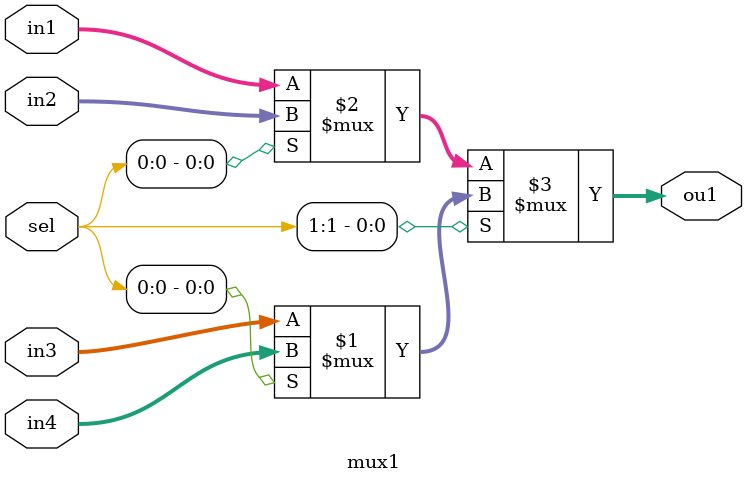
<source format=v>
module mux1 #(
   parameter Width = 32
) (
    input  [Width-1:0] in1,
    input  [Width-1:0] in2,
    input  [Width-1:0] in3,
    input  [Width-1:0] in4,
    input  [1:0] sel,
    output [Width-1:0] ou1
);

    assign ou1 = sel[1] ? (sel[0] ? in4 : in3) : (sel[0] ? in2 : in1);

endmodule
</source>
